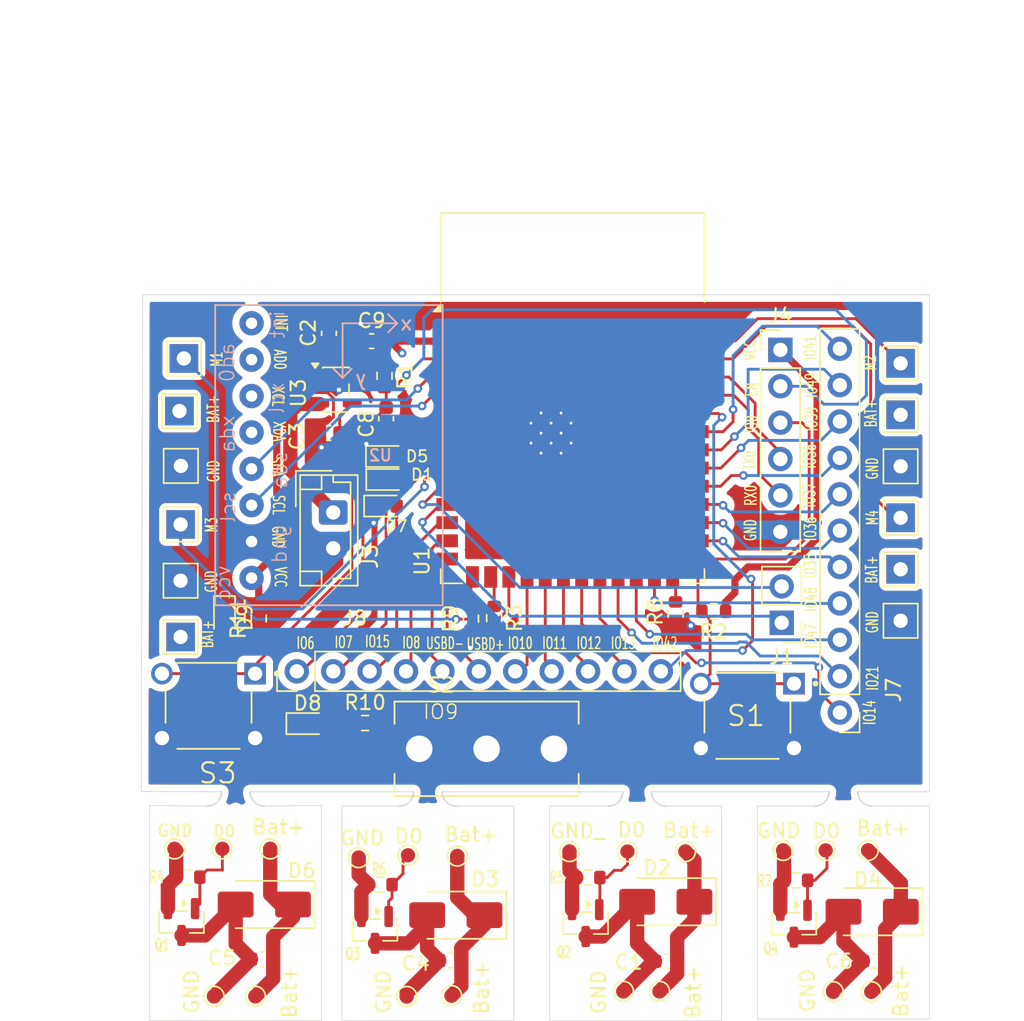
<source format=kicad_pcb>
(kicad_pcb (version 20241229) (generator "pcbnew") (generator_version "9.0")
  (layers (0 "F.Cu" signal) (4 "In1.Cu" signal) (6 "In2.Cu" signal) (2 "B.Cu" signal) (13 "F.Paste" user) (15 "B.Paste" user) (5 "F.SilkS" user "F.Silkscreen") (7 "B.SilkS" user "B.Silkscreen") (1 "F.Mask" user) (3 "B.Mask" user) (25 "Edge.Cuts" user))
  (net 0 "")
  (net 1 "+3V3")
  (net 2 "GND")
  (net 3 "/TX0")
  (net 4 "/RX0")
  (net 5 "/BAT+")
  (net 6 "Net-(U1-IO45)")
  (net 7 "/IO0")
  (net 8 "Net-(U1-IO3)")
  (net 9 "/SCL")
  (net 10 "/SDA")
  (net 11 "Net-(U1-IO46)")
  (net 12 "/EN")
  (net 17 "Net-(U3-BP)")
  (net 18 "/TX1")
  (net 19 "/RX1")
  (net 20 "/USB_D-")
  (net 21 "/USB_D+")
  (net 22 "/LED3")
  (net 23 "/LED2")
  (net 24 "/LED1")
  (net 25 "/M1")
  (net 26 "/M2")
  (net 27 "/M3")
  (net 28 "/M4")
  (net 29 "/IO39")
  (net 30 "/IO12")
  (net 31 "/IO10")
  (net 32 "/IO13")
  (net 33 "/IO38")
  (net 34 "/IO21")
  (net 35 "/IO49")
  (net 36 "/IO37")
  (net 37 "/IO48")
  (net 38 "/IO8")
  (net 39 "/IO11")
  (net 40 "/IO14")
  (net 41 "/IO47")
  (net 42 "/IO36")
  (net 43 "/IO42")
  (net 44 "/IO35")
  (net 45 "/IO41")
  (net 46 "Net-(D6-A)")
  (net 47 "/M1_")
  (net 48 "Net-(D2-A)")
  (net 49 "Net-(D3-A)")
  (net 50 "Net-(D4-A)")
  (net 51 "/M2_")
  (net 52 "/M3_")
  (net 53 "/M4_")
  (net 54 "Net-(D2-K)")
  (net 55 "Net-(D3-K)")
  (net 56 "Net-(D6-K)")
  (net 57 "Net-(D4-K)")
  (net 58 "Net-(Q1-S)")
  (net 59 "Net-(Q4-S)")
  (net 60 "Net-(Q2-S)")
  (net 61 "Net-(Q3-S)")
  (net 62 "Net-(D8-A)")
  (net 63 "Net-(D9-A)")
  (net 65 "Net-(U3-EN)")
  (footprint "TestPoint:TestPoint_Pad_D1.0mm" (layer "F.Cu") (at 220.785 110.1675)
    (property "Reference" "TP4" (hide yes))
    (property "Value" "GND_")
  )
  (footprint "Resistor_SMD:R_0603_1608Metric" (layer "F.Cu") (at 213.91 93.91 90)
    (property "Reference" "R9")
    (property "Value" "10k")
  )
  (footprint "TestPoint:TestPoint_Pad_D1.0mm" (layer "F.Cu") (at 241.845 119.96125 90)
    (property "Reference" "TP32" (hide yes))
    (property "Value" "Bat+")
  )
  (footprint "TestPoint:TestPoint_THTPad_2.0x2.0mm_Drill1.0mm" (layer "F.Cu") (at 193.88 75.75)
    (property "Reference" "TP18" (hide yes))
    (property "Value" "M1")
  )
  (footprint "TestPoint:TestPoint_THTPad_2.0x2.0mm_Drill1.0mm" (layer "F.Cu") (at 243.89 83.278)
    (property "Reference" "TP27" (hide yes))
    (property "Value" "GND")
  )
  (footprint "Capacitor_SMD:C_0603_1608Metric" (layer "F.Cu") (at 206.98 74.54)
    (property "Reference" "C9")
    (property "Value" "100nf")
  )
  (footprint "TestPoint:TestPoint_Pad_D1.0mm" (layer "F.Cu") (at 206.07625 110.59125)
    (property "Reference" "TP12" (hide yes))
    (property "Value" "GND")
  )
  (footprint "TestPoint:TestPoint_Pad_D1.0mm" (layer "F.Cu") (at 228.875 110.1675)
    (property "Reference" "TP7" (hide yes))
    (property "Value" "Bat+")
  )
  (footprint "Package_TO_SOT_SMD:SOT-23-5" (layer "F.Cu") (at 204.49 77.93)
    (property "Reference" "U3")
    (property "Value" "SPX3819M5-L-3-3")
  )
  (footprint "Panelization:MouseBite-Part_2.0x2.0mm_inset_D0.5mm_P0.85mm_5h" (layer "F.Cu") (at 210.9 107)
    (property "Reference" "REF**" (hide yes))
    (property "Value" "MouseBite-Part_2.0x2.0mm_inset_D0.5mm_P0.85mm_5h" (hide yes))
    (fp_arc (start -1 -1) (mid -1.292893 -0.292893) (end -2 0) (stroke (width 0.1)) (layer "Edge.Cuts"))
    (fp_arc (start 2 0) (mid 1.292893 -0.292893) (end 1 -1) (stroke (width 0.1)) (layer "Edge.Cuts"))
  )
  (footprint "TestPoint:TestPoint_THTPad_2.0x2.0mm_Drill1.0mm" (layer "F.Cu") (at 243.89 86.872)
    (property "Reference" "TP21" (hide yes))
    (property "Value" "M4")
  )
  (footprint "Capacitor_SMD:C_0603_1608Metric" (layer "F.Cu") (at 242.035 117.81125 180)
    (property "Reference" "C6")
    (property "Value" "1uf")
  )
  (footprint "Resistor_SMD:R_0603_1608Metric" (layer "F.Cu") (at 207.88 76.96 -90)
    (property "Reference" "R1")
    (property "Value" "10k")
  )
  (footprint "TestPoint:TestPoint_Pad_D1.0mm" (layer "F.Cu") (at 227.065 119.935)
    (property "Reference" "TP3" (hide yes))
    (property "Value" "Bat+")
  )
  (footprint "TestPoint:TestPoint_Pad_D1.0mm" (layer "F.Cu") (at 241.625 110.09125)
    (property "Reference" "TP16" (hide yes))
    (property "Value" "Bat+")
  )
  (footprint "TestPoint:TestPoint_Pad_D1.0mm" (layer "F.Cu") (at 212.55625 120.23125)
    (property "Reference" "TP10" (hide yes))
    (property "Value" "Bat+")
  )
  (footprint "LED_SMD:LED_0603_1608Metric" (layer "F.Cu") (at 207.94 86.05)
    (property "Reference" "D7")
    (property "Value" "LED")
  )
  (footprint "Panelization:MouseBite-Part_2.0x2.0mm_inset_D0.5mm_P0.85mm_5h" (layer "F.Cu") (at 239.9 107)
    (property "Reference" "REF**" (hide yes))
    (property "Value" "MouseBite-Part_2.0x2.0mm_inset_D0.5mm_P0.85mm_5h" (hide yes))
    (fp_arc (start -1 -1) (mid -1.292893 -0.292893) (end -2 0) (stroke (width 0.1)) (layer "Edge.Cuts"))
    (fp_arc (start 2 0) (mid 1.292893 -0.292893) (end 1 -1) (stroke (width 0.1)) (layer "Edge.Cuts"))
  )
  (footprint "Resistor_SMD:R_0603_1608Metric" (layer "F.Cu") (at 215.53 93.88 -90)
    (property "Reference" "R3")
    (property "Value" "10k")
  )
  (footprint "Capacitor_SMD:C_0603_1608Metric" (layer "F.Cu") (at 204 74 -90)
    (property "Reference" "C2")
    (property "Value" "22uf")
  )
  (footprint "TestPoint:TestPoint_Pad_D1.0mm" (layer "F.Cu") (at 193.225 109.98125 90)
    (property "Reference" "TP11" (hide yes))
    (property "Value" "GND")
  )
  (footprint "TestPoint:TestPoint_THTPad_2.0x2.0mm_Drill1.0mm" (layer "F.Cu") (at 243.89 90.466)
    (property "Reference" "TP25" (hide yes))
    (property "Value" "BAT+")
  )
  (footprint "TestPoint:TestPoint_Pad_D1.0mm" (layer "F.Cu") (at 198.865 120.28125)
    (property "Reference" "TP1" (hide yes))
    (property "Value" "Bat+")
  )
  (footprint "Capacitor_SMD:C_0603_1608Metric" (layer "F.Cu") (at 212.46625 117.78125 180)
    (property "Reference" "C4")
    (property "Value" "1uf")
  )
  (footprint "Mini_Drone_prj:SW_TL1105F160Q" (layer "F.Cu") (at 233.2 100.7 180)
    (property "Reference" "S1")
    (property "Value" "TL1105F160Q")
  )
  (footprint "TestPoint:TestPoint_THTPad_2.0x2.0mm_Drill1.0mm" (layer "F.Cu") (at 243.89 94.06)
    (property "Reference" "TP29" (hide yes))
    (property "Value" "GND")
  )
  (footprint "TestPoint:TestPoint_THTPad_2.0x2.0mm_Drill1.0mm" (layer "F.Cu") (at 193.57 79.42)
    (property "Reference" "TP22" (hide yes))
    (property "Value" "BAT+")
  )
  (footprint "Connector_JST:JST_EH_B2B-EH-A_1x02_P2.50mm_Vertical" (layer "F.Cu") (at 204.3 86.5 -90)
    (property "Reference" "J3")
    (property "Value" "Conn_01x02" (hide yes))
  )
  (footprint "RF_Module:ESP32-S3-WROOM-1" (layer "F.Cu") (at 221 78.5)
    (property "Reference" "U1")
    (property "Value" "ESP32-S3-WROOM-1")
  )
  (footprint "Capacitor_SMD:C_0603_1608Metric" (layer "F.Cu") (at 227.525 117.825 180)
    (property "Reference" "C1")
    (property "Value" "1uf")
  )
  (footprint "Resistor_SMD:R_0603_1608Metric" (layer "F.Cu") (at 222.08 111.98625 180)
    (property "Reference" "R5")
    (property "Value" "10k")
  )
  (footprint "Panelization:MouseBite-Part_2.0x2.0mm_inset_D0.5mm_P0.85mm_5h" (layer "F.Cu") (at 225.5 107)
    (property "Reference" "REF**" (hide yes))
    (property "Value" "MouseBite-Part_2.0x2.0mm_inset_D0.5mm_P0.85mm_5h" (hide yes))
    (fp_arc (start -1 -1) (mid -1.292893 -0.292893) (end -2 0) (stroke (width 0.1)) (layer "Edge.Cuts"))
    (fp_arc (start 2 0) (mid 1.292893 -0.292893) (end 1 -1) (stroke (width 0.1)) (layer "Edge.Cuts"))
  )
  (footprint "Resistor_SMD:R_0603_1608Metric" (layer "F.Cu") (at 236.58 112.18125 180)
    (property "Reference" "R7")
    (property "Value" "10k" (hide yes))
  )
  (footprint "Mini_Drone_prj:SW_500SSP1S1M2REA" (layer "F.Cu") (at 215 103)
    (property "Reference" "S2")
    (property "Value" "500SSP1S1M2REA")
  )
  (footprint "Resistor_SMD:R_0603_1608Metric" (layer "F.Cu") (at 194.1675 111.9575 180)
    (property "Reference" "R4")
    (property "Value" "10k" (hide yes))
  )
  (footprint "Package_TO_SOT_SMD:SOT-23" (layer "F.Cu") (at 207.21625 115.64125 -90)
    (property "Reference" "Q3")
    (property "Value" "AO3400A")
  )
  (footprint "Resistor_SMD:R_0603_1608Metric" (layer "F.Cu") (at 207.58 112.48125 180)
    (property "Reference" "R6")
    (property "Value" "10k")
  )
  (footprint "TestPoint:TestPoint_THTPad_2.0x2.0mm_Drill1.0mm" (layer "F.Cu") (at 243.89 79.684)
    (property "Reference" "TP23" (hide yes))
    (property "Value" "BAT+")
  )
  (footprint "Capacitor_SMD:C_0603_1608Metric" (layer "F.Cu") (at 207.99 79.96 90)
    (property "Reference" "C8")
    (property "Value" "1uf")
  )
  (footprint "TestPoint:TestPoint_Pad_D1.0mm" (layer "F.Cu") (at 239.185 119.96125 90)
    (property "Reference" "TP31" (hide yes))
    (property "Value" "GND")
  )
  (footprint "Resistor_SMD:R_0603_1608Metric" (layer "F.Cu") (at 199.1 93.9 90)
    (property "Reference" "R11")
    (property "Value" "220")
  )
  (footprint "TestPoint:TestPoint_THTPad_2.0x2.0mm_Drill1.0mm" (layer "F.Cu") (at 193.65 91.264)
    (property "Reference" "TP28" (hide yes))
    (property "Value" "GND")
  )
  (footprint "Resistor_SMD:R_0603_1608Metric" (layer "F.Cu") (at 228.19 93.57 -90)
    (property "Reference" "R8")
    (property "Value" "10k")
  )
  (footprint "Package_TO_SOT_SMD:SOT-23" (layer "F.Cu") (at 193.715 115.09125 -90)
    (property "Reference" "Q1")
    (property "Value" "AO3400A" (hide yes))
  )
  (footprint "TestPoint:TestPoint_Pad_D1.0mm" (layer "F.Cu") (at 209.51625 110.43125)
    (property "Reference" "TP8" (hide yes))
    (property "Value" "D0")
  )
  (footprint "LED_SMD:LED_0603_1608Metric" (layer "F.Cu") (at 208.09 84.2)
    (property "Reference" "D1")
    (property "Value" "LED")
  )
  (footprint "TestPoint:TestPoint_Pad_D1.0mm" (layer "F.Cu") (at 212.95625 110.48125)
    (property "Reference" "TP14" (hide yes))
    (property "Value" "Bat+")
  )
  (footprint "TestPoint:TestPoint_Pad_D1.0mm" (layer "F.Cu") (at 224.83 110.1675)
    (property "Reference" "TP2" (hide yes))
    (property "Value" "D0")
  )
  (footprint "TestPoint:TestPoint_Pad_D1.0mm" (layer "F.Cu") (at 224.545 119.935)
    (property "Reference" "TP6" (hide yes))
    (property "Value" "GND")
  )
  (footprint "TestPoint:TestPoint_Pad_D1.0mm" (layer "F.Cu") (at 209.42625 120.29125)
    (property "Reference" "TP13" (hide yes))
    (property "Value" "GND")
  )
  (footprint "TestPoint:TestPoint_THTPad_2.0x2.0mm_Drill1.0mm" (layer "F.Cu") (at 193.65 95.19 180)
    (property "Reference" "TP24" (hide yes))
    (property "Value" "BAT+")
  )
  (footprint "Diode_SMD:D_SMA" (layer "F.Cu") (at 241.905 114.37125 180)
    (property "Reference" "D4")
    (property "Value" "SS34" (hide yes))
  )
  (footprint "Package_TO_SOT_SMD:SOT-23" (layer "F.Cu") (at 221.915 115.165 -90)
    (property "Reference" "Q2")
    (property "Value" "AO3400A")
  )
  (footprint "Connector_PinHeader_2.54mm:PinHeader_1x11_P2.54mm_Vertical" (layer "F.Cu") (at 201.76 97.59 90)
    (property "Reference" "J8")
    (property "Value" "Conn_01x11" (hide yes))
  )
  (footprint "TestPoint:TestPoint_Pad_D1.0mm" (layer "F.Cu") (at 195.985 120.28125)
    (property "Reference" "TP5" (hide yes))
    (property "Value" "GND")
  )
  (footprint "TestPoint:TestPoint_THTPad_2.0x2.0mm_Drill1.0mm" (layer "F.Cu") (at 193.67 83.25)
    (property "Reference" "TP26" (hide yes))
    (property "Value" "GND")
  )
  (footprint "Connector_PinHeader_2.54mm:PinHeader_1x11_P2.54mm_Vertical" (layer "F.Cu") (at 239.65 100.47 180)
    (property "Reference" "J7")
    (property "Value" "Conn_01x11" (hide yes))
  )
  (footprint "Mini_Drone_prj:SW_TL1105F160Q" (layer "F.Cu") (at 195.6 100 180)
    (property "Reference" "S3")
    (property "Value" "TL1105F160Q")
  )
  (footprint "TestPoint:TestPoint_Pad_D1.0mm" (layer "F.Cu") (at 235.695 110.09125)
    (property "Reference" "TP17" (hide yes))
    (property "Value" "GND")
  )
  (footprint "Connector_PinHeader_2.54mm:PinHeader_1x02_P2.54mm_Vertical" (layer "F.Cu") (at 235.59 94.2 180)
    (property "Reference" "J1")
    (property "Value" "Conn_01x02" (hide yes))
  )
  (footprint "Diode_SMD:D_SMA" (layer "F.Cu") (at 199.4925 113.8675 180)
    (property "Reference" "D6")
    (property "Value" "SS34" (hide yes))
  )
  (footprint "TestPoint:TestPoint_Pad_D1.0mm" (layer "F.Cu") (at 238.66 110.09125)
    (property "Reference" "TP15" (hide yes))
    (property "Value" "D0")
  )
  (footprint "LED_SMD:LED_0603_1608Metric" (layer "F.Cu") (at 196.715 93.82 -90)
    (property "Reference" "D9")
    (property "Value" "LED")
  )
  (footprint "TestPoint:TestPoint_Pad_D1.0mm" (layer "F.Cu") (at 196.565 109.98125 90)
    (property "Reference" "TP9" (hide yes))
    (property "Value" "D0")
  )
  (footprint "TestPoint:TestPoint_THTPad_2.0x2.0mm_Drill1.0mm" (layer "F.Cu") (at 243.89 76.09)
    (property "Reference" "TP20" (hide yes))
    (property "Value" "M3")
  )
  (footprint "Capacitor_SMD:C_0603_1608Metric" (layer "F.Cu") (at 199.335 117.68125 180)
    (property "Reference" "C5")
    (property "Value" "1uf" (hide yes))
  )
  (footprint "Diode_SMD:D_SMA" (layer "F.Cu") (at 227.5025 113.67625 180)
    (property "Reference" "D2")
    (property "Value" "SS34")
  )
  (footprint "LED_SMD:LED_0603_1608Metric" (layer "F.Cu") (at 202.515 101.24)
    (property "Reference" "D8")
    (property "Value" "LED")
  )
  (footprint "Panelization:MouseBite-Part_2.0x2.0mm_inset_D0.5mm_P0.85mm_5h" (layer "F.Cu") (at 197.5 107)
    (property "Reference" "REF**" (hide yes))
    (property "Value" "MouseBite-Part_2.0x2.0mm_inset_D0.5mm_P0.85mm_5h" (hide yes))
    (fp_arc (start -1 -1) (mid -1.292893 -0.292893) (end -2 0) (stroke (width 0.1)) (layer "Edge.Cuts"))
    (fp_arc (start 2 0) (mid 1.292893 -0.292893) (end 1 -1) (stroke (width 0.1)) (layer "Edge.Cuts"))
  )
  (footprint "Resistor_SMD:R_0603_1608Metric" (layer "F.Cu") (at 230.85 93.4 180)
    (property "Reference" "R2")
    (property "Value" "10k")
  )
  (footprint "Diode_SMD:D_SMA" (layer "F.Cu") (at 212.85375 114.6125 180)
    (property "Reference" "D3")
    (property "Value" "SS34")
  )
  (footprint "TestPoint:TestPoint_Pad_D1.0mm" (layer "F.Cu") (at 199.905 109.98125 90)
    (property "Reference" "TP30" (hide yes))
    (property "Value" "Bat+")
  )
  (footprint "TestPoint:TestPoint_THTPad_2.0x2.0mm_Drill1.0mm" (layer "F.Cu") (at 193.65 87.338)
    (property "Reference" "TP19" (hide yes))
    (property "Value" "M2")
  )
  (footprint "LED_SMD:LED_0603_1608Metric" (layer "F.Cu") (at 208.07 82.59)
    (property "Reference" "D5")
    (property "Value" "LED")
  )
  (footprint "Connector_PinHeader_2.54mm:PinHeader_1x06_P2.54mm_Vertical" (layer "F.Cu") (at 235.5 75.15)
    (property "Reference" "J4")
    (property "Value" "Conn_01x06" (hide yes))
  )
  (footprint "Package_TO_SOT_SMD:SOT-23" (layer "F.Cu") (at 236.445 115.21125 -90)
    (property "Reference" "Q4")
    (property "Value" "AO3400A" (hide yes))
  )
  (footprint "Resistor_SMD:R_0603_1608Metric" (layer "F.Cu") (at 206.525 101.2)
    (property "Reference" "R10")
    (property "Value" "220")
  )
  (footprint "Capacitor_SMD:C_0603_1608Metric" (layer "F.Cu") (at 203.98 80.95 180)
    (property "Reference" "C3")
    (property "Value" "470pf")
  )
  (footprint "Mini_Drone_prj:MPU_6050_Module" (layer "B.Cu") (at 207.4925 82.1825)
    (property "Reference" "U2")
    (property "Value" "MPU_6050_Module")
  )
  (gr_line (start 191 71.3) (end 190.905 105.98125) (stroke (width 0.05)) (layer "Edge.Cuts"))
  (gr_line (start 204.905 121.98125) (end 204.905 106.98125) (stroke (width 0.05)) (layer "Edge.Cuts"))
  (gr_line (start 211.9 106) (end 224.5 106) (stroke (width 0.05)) (layer "Edge.Cuts"))
  (gr_line (start 195.5 107) (end 191.4925 106.9575) (stroke (width 0.05)) (layer "Edge.Cuts"))
  (gr_line (start 241.9 107) (end 245.905 106.98125) (stroke (width 0.05)) (layer "Edge.Cuts"))
  (gr_line (start 231.405 121.98625) (end 231.405 106.98625) (stroke (width 0.05)) (layer "Edge.Cuts"))
  (gr_line (start 227.5 107) (end 231.405 106.98625) (stroke (width 0.05)) (layer "Edge.Cuts"))
  (gr_line (start 245.905 121.87125) (end 233.905 121.87125) (stroke (width 0.05)) (layer "Edge.Cuts"))
  (gr_line (start 212.9 107) (end 216.905 106.98125) (stroke (width 0.05)) (layer "Edge.Cuts"))
  (gr_line (start 198.5 106) (end 209.9 106) (stroke (width 0.05)) (layer "Edge.Cuts"))
  (gr_line (start 233.9 107) (end 237.9 107) (stroke (width 0.05)) (layer "Edge.Cuts"))
  (gr_line (start 245.905 106.98125) (end 245.905 121.87125) (stroke (width 0.05)) (layer "Edge.Cuts"))
  (gr_line (start 199.4925 107) (end 203.4925 106.9575) (stroke (width 0.05)) (layer "Edge.Cuts"))
  (gr_line (start 191.4925 121.9575) (end 191.4925 106.9575) (stroke (width 0.05)) (layer "Edge.Cuts"))
  (gr_line (start 240.9 106) (end 245.904403 106) (stroke (width 0.05)) (layer "Edge.Cuts"))
  (gr_line (start 219.405 106.98625) (end 219.405 121.98625) (stroke (width 0.05)) (layer "Edge.Cuts"))
  (gr_line (start 216.905 106.98125) (end 216.905 121.98125) (stroke (width 0.05)) (layer "Edge.Cuts"))
  (gr_line (start 190.905 105.98125) (end 196.5 106) (stroke (width 0.05)) (layer "Edge.Cuts"))
  (gr_line (start 216.905 121.98125) (end 204.905 121.98125) (stroke (width 0.05)) (layer "Edge.Cuts"))
  (gr_line (start 245.904403 106) (end 245.905 71.3) (stroke (width 0.05)) (layer "Edge.Cuts"))
  (gr_line (start 238.9 106) (end 226.5 106) (stroke (width 0.05)) (layer "Edge.Cuts"))
  (gr_line (start 233.9 107) (end 233.905 121.87125) (stroke (width 0.05)) (layer "Edge.Cuts"))
  (gr_line (start 219.405 121.98625) (end 231.405 121.98625) (stroke (width 0.05)) (layer "Edge.Cuts"))
  (gr_line (start 204.905 106.98125) (end 208.9 107) (stroke (width 0.05)) (layer "Edge.Cuts"))
  (gr_line (start 191 71.3) (end 245.905 71.3) (stroke (width 0.05)) (layer "Edge.Cuts"))
  (gr_line (start 219.405 106.98625) (end 223.5 107) (stroke (width 0.05)) (layer "Edge.Cuts"))
  (gr_line (start 203.4925 121.9575) (end 191.4925 121.9575) (stroke (width 0.05)) (layer "Edge.Cuts"))
  (gr_line (start 203.4925 106.9575) (end 203.4925 121.9575) (stroke (width 0.05)) (layer "Edge.Cuts"))
  (gr_text "USBD-\n" (at 210.72 96.1 0) (layer "F.SilkS") (effects (font (size 0.8 0.5) (thickness 0.1)) (justify left bottom)))
  (gr_text "IO13\n\n" (at 223.61 97.38 0) (layer "F.SilkS") (effects (font (size 0.8 0.5) (thickness 0.1)) (justify left bottom)))
  (gr_text "AD0" (at 200.11 75.05 270) (layer "F.SilkS") (effects (font (size 0.8 0.5) (thickness 0.1)) (justify left bottom)))
  (gr_text "IO8\n" (at 209.06 96.06 0) (layer "F.SilkS") (effects (font (size 0.8 0.5) (thickness 0.1)) (justify left bottom)))
  (gr_text "IO39" (at 238.15 80.9 90) (layer "F.SilkS") (effects (font (size 0.8 0.5) (thickness 0.1)) (justify left bottom)))
  (gr_text "M3\n\n" (at 197.57 87.96 90) (layer "F.SilkS") (effects (font (size 0.8 0.5) (thickness 0.1)) (justify left bottom)))
  (gr_text "GND" (at 233.88 88.56 90) (layer "F.SilkS") (effects (font (size 0.8 0.5) (thickness 0.1)) (justify left bottom)))
  (gr_text "VCC\n" (at 233.87 75.94 90) (layer "F.SilkS") (effects (font (size 0.8 0.5) (thickness 0.1)) (justify left bottom)))
  (gr_text "XCL" (at 199.98 77.65 270) (layer "F.SilkS") (effects (font (size 0.8 0.5) (thickness 0.1)) (justify left bottom)))
  (gr_text "IO35" (at 238.07 91.15 90) (layer "F.SilkS") (effects (font (size 0.8 0.5) (thickness 0.1)) (justify left bottom)))
  (gr_text "SDA" (at 199.89 82.53 270) (layer "F.SilkS") (effects (font (size 0.8 0.5) (thickness 0.1)) (justify left bottom)))
  (gr_text "BAT+\n" (at 242.34 91.52 90) (layer "F.SilkS") (effects (font (size 0.8 0.5) (thickness 0.1)) (justify left bottom)))
  (gr_text "RX0" (at 233.91 86.1 90) (layer "F.SilkS") (effects (font (size 0.8 0.5) (thickness 0.1)) (justify left bottom)))
  (gr_text "M1\n" (at 196.64 76.39 90) (layer "F.SilkS") (effects (font (size 0.8 0.5) (thickness 0.1)) (justify left bottom)))
  (gr_text "GND" (at 242.38 94.99 90) (layer "F.SilkS") (effects (font (size 0.8 0.5) (thickness 0.1)) (justify left bottom)))
  (gr_text "IO41\n" (at 238.05 75.93 90) (layer "F.SilkS") (effects (font (size 0.8 0.5) (thickness 0.1)) (justify left bottom)))
  (gr_text "BAT+\n" (at 195.99 96.03 90) (layer "F.SilkS") (effects (font (size 0.8 0.5) (thickness 0.1)) (justify left bottom)))
  (gr_text "M4" (at 242.39 87.46 90) (layer "F.SilkS") (effects (font (size 0.8 0.5) (thickness 0.1)) (justify left bottom)))
  (gr_text "GND" (at 242.38 84.26 90) (layer "F.SilkS") (effects (font (size 0.8 0.5) (thickness 0.1)) (justify left bottom)))
  (gr_text "BAT+\n" (at 242.29 80.62 90) (layer "F.SilkS") (effects (font (size 0.8 0.5) (thickness 0.1)) (justify left bottom)))
  (gr_text "XDA" (at 200.06 80.07 270) (layer "F.SilkS") (effects (font (size 0.8 0.5) (thickness 0.1)) (justify left bottom)))
  (gr_text "IO38" (at 238.05 83.5 90) (layer "F.SilkS") (effects (font (size 0.8 0.5) (thickness 0.1)) (justify left bottom)))
  (gr_text "IO42\n\n\n" (at 226.52 98.67 0) (layer "F.SilkS") (effects (font (size 0.8 0.5) (thickness 0.1)) (justify left bottom)))
  (gr_text "INT" (at 200.2 72.63 270) (layer "F.SilkS") (effects (font (size 0.8 0.5) (thickness 0.1)) (justify left bottom)))
  (gr_text "IO9\n" (at 210.5 101 0) (layer "F.SilkS") (effects (font (size 1 1) (thickness 0.1)) (justify left bottom)))
  (gr_text "IO49" (at 238.13 78.56 90) (layer "F.SilkS") (effects (font (size 0.8 0.5) (thickness 0.1)) (justify left bottom)))
  (gr_text "M2" (at 242.24 76.65 90) (layer "F.SilkS") (effects (font (size 0.8 0.5) (thickness 0.1)) (justify left bottom)))
  (gr_text "IO15\n" (at 206.46 95.98 0) (layer "F.SilkS") (effects (font (size 0.8 0.5) (thickness 0.1)) (justify left bottom)))
  (gr_text "VCC\n" (at 200.15 90.23 270) (layer "F.SilkS") (effects (font (size 0.8 0.5) (thickness 0.1)) (justify left bottom)))
  (gr_text "IO7\n" (at 204.34 96.03 0) (layer "F.SilkS") (effects (font (size 0.8 0.5) (thickness 0.1)) (justify left bottom)))
  (gr_text "IO12\n\n" (at 221.215662 97.38 0) (layer "F.SilkS") (effects (font (size 0.8 0.5) (thickness 0.1)) (justify left bottom)))
  (gr_text "GND" (at 199.98 87.37 270) (layer "F.SilkS") (effects (font (size 0.8 0.5) (thickness 0.1)) (justify left bottom)))
  (gr_text "SCL" (at 200.02 85.22 270) (layer "F.SilkS") (effects (font (size 0.8 0.5) (thickness 0.1)) (justify left bottom)))
  (gr_text "BAT+\n" (at 196.4 80.31 90) (layer "F.SilkS") (effects (font (size 0.8 0.5) (thickness 0.1)) (justify left bottom)))
  (gr_text "IO48" (at 238.11 93.49 90) (layer "F.SilkS") (effects (font (size 0.8 0.5) (thickness 0.1)) (justify left bottom)))
  (gr_text "IO21\n" (at 242.4 99 90) (layer "F.SilkS") (effects (font (size 0.8 0.5) (thickness 0.1)) (justify left bottom)))
  (gr_text "IO14" (at 242.2 101.4 90) (layer "F.SilkS") (effects (font (size 0.8 0.5) (thickness 0.1)) (justify left bottom)))
  (gr_text "IO6\n" (at 201.68 96.092045 0) (layer "F.SilkS") (effects (font (size 0.8 0.5) (thickness 0.1)) (justify left bottom)))
  (gr_text "USBD+" (at 213.55 96.15 0) (layer "F.SilkS") (effects (font (size 0.8 0.5) (thickness 0.1)) (justify left bottom)))
  (gr_text "GND" (at 196.26 92.15 90) (layer "F.SilkS") (effects (font (size 0.8 0.5) (thickness 0.1)) (justify left bottom)))
  (gr_text "IO0" (at 233.96 81.02 90) (layer "F.SilkS") (effects (font (size 0.8 0.5) (thickness 0.1)) (justify left bottom)))
  (gr_text "IO47" (at 238.09 96.05 90) (layer "F.SilkS") (effects (font (size 0.8 0.5) (thickness 0.1)) (justify left bottom)))
  (gr_text "GND" (at 196.42 84.45 90) (layer "F.SilkS") (effects (font (size 0.8 0.5) (thickness 0.1)) (justify left bottom)))
  (gr_text "IO37" (at 238.01 86.22 90) (layer "F.SilkS") (effects (font (size 0.8 0.5) (thickness 0.1)) (justify left bottom)))
  (gr_text "IO36" (at 238.07 88.57 90) (layer "F.SilkS") (effects (font (size 0.8 0.5) (thickness 0.1)) (justify left bottom)))
  (gr_text "TX0" (at 233.83 83.58 90) (layer "F.SilkS") (effects (font (size 0.8 0.5) (thickness 0.1)) (justify left bottom)))
  (gr_text "IO11\n\n" (at 218.821324 97.38 0) (layer "F.SilkS") (effects (font (size 0.8 0.5) (thickness 0.1)) (justify left bottom)))
  (gr_text "EN" (at 233.97 78.47 90) (layer "F.SilkS") (effects (font (size 0.8 0.5) (thickness 0.1)) (justify left bottom)))
  (gr_text "IO10\n\n" (at 216.426985 97.38 0) (layer "F.SilkS") (effects (font (size 0.8 0.5) (thickness 0.1)) (justify left bottom)))
  (gr_text "xcl\n" (at 200.94 77.36 90) (layer "B.SilkS") (effects (font (size 1 1) (thickness 0.1)) (justify left bottom mirror)))
  (gr_text "ad0\n" (at 197.48 74.59 90) (layer "B.SilkS") (effects (font (size 1 1) (thickness 0.1)) (justify left bottom mirror)))
  (gr_text "int\n" (at 200.99 72.33 90) (layer "B.SilkS") (effects (font (size 1 1) (thickness 0.1)) (justify left bottom mirror)))
  (gr_text "sda\n\n" (at 202.78 82.18 90) (layer "B.SilkS") (effects (font (size 1 1) (thickness 0.1)) (justify left bottom mirror)))
  (gr_text "scl\n" (at 197.55 84.97 90) (layer "B.SilkS") (effects (font (size 1 1) (thickness 0.1)) (justify left bottom mirror)))
  (gr_text "xda" (at 197.5 79.66 90) (layer "B.SilkS") (effects (font (size 1 1) (thickness 0.1)) (justify left bottom mirror)))
  (gr_text "vcc" (at 197.2 90.12 90) (layer "B.SilkS") (effects (font (size 1 1) (thickness 0.1)) (justify left bottom mirror)))
  (gr_text "gnd" (at 201.13 87.28 90) (layer "B.SilkS") (effects (font (size 1 1) (thickness 0.1)) (justify left bottom mirror)))
  (segment (start 231.675 93.4) (end 231.675 92.745) (width 0.5) (layer "F.Cu") (net 1))
  (segment (start 208.27 74.54) (end 209.11 75.38) (width 0.5) (layer "F.Cu") (net 1))
  (segment (start 205.6275 76.4025) (end 204 74.775) (width 0.5) (layer "F.Cu") (net 1))
  (segment (start 207.755 74.54) (end 208.27 74.54) (width 0.5) (layer "F.Cu") (net 1))
  (segment (start 205.6275 76.98) (end 207.035 76.98) (width 0.5) (layer "F.Cu") (net 1))
  (segment (start 233.231925 90.301) (end 236.068232 90.301) (width 0.5) (layer "F.Cu") (net 1))
  (segment (start 212.22 74.54) (end 212.25 74.51) (width 0.5) (layer "F.Cu") (net 1))
  (segment (start 232.33 91.202925) (end 233.231925 90.301) (width 0.5) (layer "F.Cu") (net 1))
  (segment (start 232.33 92.09) (end 232.33 91.202925) (width 0.5) (layer "F.Cu") (net 1))
  (segment (start 207.88 76.135) (end 207.88 74.665) (width 0.5) (layer "F.Cu") (net 1))
  (segment (start 205.6275 76.98) (end 205.6275 76.4025) (width 0.5) (layer "F.Cu") (net 1))
  (segment (start 203.160082 74.775) (end 204 74.775) (width 0.5) (layer "F.Cu") (net 1))
  (segment (start 199.1 91.57) (end 198.6025 91.0725) (width 0.5) (layer "F.Cu") (net 1))
  (segment (start 198.6025 91.0725) (end 200.359 89.316) (width 0.5) (layer "F.Cu") (net 1))
  (segment (start 200.359 89.316) (end 200.359 77.576082) (width 0.5) (layer "F.Cu") (net 1))
  (segment (start 238.061 77.711) (end 235.5 75.15) (width 0.5) (layer "F.Cu") (net 1))
  (segment (start 236.068232 90.301) (end 238.061 88.308232) (width 0.5) (layer "F.Cu") (net 1))
  (segment (start 207.755 74.54) (end 212.22 74.54) (width 0.5) (layer "F.Cu") (net 1))
  (segment (start 207.88 74.665) (end 207.755 74.54) (width 0.5) (layer "F.Cu") (net 1))
  (segment (start 207.035 76.98) (end 207.88 76.135) (width 0.5) (layer "F.Cu") (net 1))
  (segment (start 231.675 92.745) (end 232.33 92.09) (width 0.5) (layer "F.Cu") (net 1))
  (segment (start 200.359 77.576082) (end 203.160082 74.775) (width 0.5) (layer "F.Cu") (net 1))
  (segment (start 238.061 88.308232) (end 238.061 77.711) (width 0.5) (layer "F.Cu") (net 1))
  (segment (start 199.1 93.075) (end 199.1 91.57) (width 0.5) (layer "F.Cu") (net 1))
  (via (at 209.11 75.38) (size 0.6) (drill 0.3) (layers "F.Cu" "B.Cu") (net 1))
  (segment (start 213.2 73.24) (end 219.5 79.54) (width 0.2) (layer "F.Cu") (net 2))
  (segment (start 207.1525 87.19897) (end 207.120735 87.230735) (width 0.2) (layer "F.Cu") (net 2))
  (segment (start 212.25 73.24) (end 213.2 73.24) (width 0.2) (layer "F.Cu") (net 2))
  (segment (start 206.205 74.54) (end 206.205 73.325) (width 0.2) (layer "F.Cu") (net 2))
  (segment (start 206.205 74.54) (end 207.505 73.24) (width 0.2) (layer "F.Cu") (net 2))
  (segment (start 229.25 94.4) (end 229.245 94.395) (width 0.2) (layer "F.Cu") (net 2))
  (segment (start 229.245 94.395) (end 228.19 94.395) (width 0.2) (layer "F.Cu") (net 2))
  (segment (start 203.3525 77.93) (end 203.706968 77.93) (width 0.2) (layer "F.Cu") (net 2))
  (segment (start 206.61 81.72) (end 207.005 81.72) (width 0.2) (layer "F.Cu") (net 2))
  (segment (start 204.316 78.539032) (end 204.316 79.839) (width 0.2) (layer "F.Cu") (net 2))
  (segment (start 204 73.225) (end 204.89 73.225) (width 0.2) (layer "F.Cu") (net 2))
  (segment (start 207.2825 82.59) (end 207.2825 82.3925) (width 0.2) (layer "F.Cu") (net 2))
  (segment (start 204.89 73.225) (end 206.205 74.54) (width 0.2) (layer "F.Cu") (net 2))
  (segment (start 215.105 94.705) (end 213.85 95.96) (width 0.2) (layer "F.Cu") (net 2))
  (segment (start 230.25 102.25) (end 236.75 102.25) (width 0.2) (layer "F.Cu") (net 2))
  (segment (start 203.3525 77.93) (end 204.69 77.93) (width 0.2) (layer "F.Cu") (net 2))
  (segment (start 213.91 95.9) (end 213.85 95.96) (width 0.2) (layer "F.Cu") (net 2))
  (segment (start 207.005 81.72) (end 207.99 80.735) (width 0.2) (layer "F.Cu") (net 2))
  (segment (start 207.1525 84.35) (end 207.3025 84.2) (width 0.2) (layer "F.Cu") (net 2))
  (segment (start 207.1525 86.05) (end 207.1525 84.35) (width 0.2) (layer "F.Cu") (net 2))
  (segment (start 219.5 79.54) (end 219.5 80.96) (width 0.2) (layer "F.Cu") (net 2))
  (segment (start 203.205 81.675) (end 203.486765 81.956765) (width 0.2) (layer "F.Cu") (net 2))
  (segment (start 207.2825 82.3925) (end 206.61 81.72) (width 0.2) (layer "F.Cu") (net 2))
  (segment (start 215.53 94.705) (end 215.105 94.705) (width 0.2) (layer "F.Cu") (net 2))
  (segment (start 219.5 80.96) (end 227.22 73.24) (width 0.2) (layer "F.Cu") (net 2))
  (segment (start 204.69 77.93) (end 204.7 77.94) (width 0.2) (layer "F.Cu") (net 2))
  (segment (start 207.1525 86.05) (end 207.1525 87.19897) (width 0.2) (layer "F.Cu") (net 2))
  (segment (start 207.505 73.24) (end 212.25 73.24) (width 0.2) (layer "F.Cu") (net 2))
  (segment (start 206.205 73.325) (end 206.21 73.32) (width 0.2) (layer "F.Cu") (net 2))
  (segment (start 204.316 79.839) (end 203.205 80.95) (width 0.2) (layer "F.Cu") (net 2))
  (segment (start 203.706968 77.93) (end 204.316 78.539032) (width 0.2) (layer "F.Cu") (net 2))
  (segment (start 203.205 80.95) (end 203.205 81.675) (width 0.2) (layer "F.Cu") (net 2))
  (segment (start 213.91 94.735) (end 213.91 95.9) (width 0.2) (layer "F.Cu") (net 2))
  (segment (start 227.22 73.24) (end 229.75 73.24) (width 0.2) (layer "F.Cu") (net 2))
  (via (at 206.61 81.72) (size 0.6) (drill 0.3) (layers "F.Cu" "B.Cu") (net 2))
  (via (at 213.85 95.96) (size 0.6) (drill 0.3) (layers "F.Cu" "B.Cu") (net 2))
  (via (at 204.7 77.94) (size 0.6) (drill 0.3) (layers "F.Cu" "B.Cu") (net 2))
  (via (at 203.486765 81.956765) (size 0.6) (drill 0.3) (layers "F.Cu" "B.Cu") (net 2))
  (via (at 207.120735 87.230735) (size 0.6) (drill 0.3) (layers "F.Cu" "B.Cu") (net 2))
  (via (at 229.25 94.4) (size 0.6) (drill 0.3) (layers "F.Cu" "B.Cu") (net 2))
  (via (at 206.21 73.32) (size 0.6) (drill 0.3) (layers "F.Cu" "B.Cu") (net 2))
  (segment (start 235.5 82.3029) (end 235.5 82.77) (width 0.2) (layer "F.Cu") (net 3))
  (segment (start 233.74 78.88) (end 233.74 80.5429) (width 0.2) (layer "F.Cu") (net 3))
  (segment (start 233.74 80.5429) (end 235.5 82.3029) (width 0.2) (layer "F.Cu") (net 3))
  (segment (start 231.91 77.05) (end 233.74 78.88) (width 0.2) (layer "F.Cu") (net 3))
  (segment (start 229.75 77.05) (end 231.91 77.05) (width 0.2) (layer "F.Cu") (net 3))
  (segment (start 229.75 78.32) (end 232.25 78.32) (width 0.2) (layer "F.Cu") (net 4))
  (segment (start 233.26 79.33) (end 233.26 80.63) (width 0.2) (layer "F.Cu") (net 4))
  (segment (start 233.26 80.63) (end 233.99 81.36) (width 0.2) (layer "F.Cu") (net 4))
  (segment (start 232.25 78.32) (end 233.26 79.33) (width 0.2) (layer "F.Cu") (net 4))
  (segment (start 233.99 83.8) (end 235.5 85.31) (width 0.2) (layer "F.Cu") (net 4))
  (segment (start 233.99 81.36) (end 233.99 83.8) (width 0.2) (layer "F.Cu") (net 4))
  (segment (start 210.3 103) (end 215 103) (width 1) (layer "F.Cu") (net 5))
  (segment (start 204.3 86.5) (end 201.31 83.51) (width 1) (layer "F.Cu") (net 5))
  (segment (start 202.351 76.929) (end 203.3525 76.929) (width 1) (layer "F.Cu") (net 5))
  (segment (start 201.839 78.931) (end 203.3525 78.931) (width 1) (layer "F.Cu") (net 5))
  (segment (start 207.35 101.2) (end 208.5 101.2) (width 1) (layer "F.Cu") (net 5))
  (segment (start 208.5 101.2) (end 210.3 103) (width 1) (layer "F.Cu") (net 5))
  (segment (start 201.31 79.46) (end 201.31 77.97) (width 1) (layer "F.Cu") (net 5))
  (segment (start 201.31 83.51) (end 201.31 79.46) (width 1) (layer "F.Cu") (net 5))
  (segment (start 201.31 79.46) (end 201.839 78.931) (width 1) (layer "F.Cu") (net 5))
  (segment (start 201.31 77.97) (end 202.351 76.929) (width 1) (layer "F.Cu") (net 5))
  (segment (start 228.27 91.285) (end 227.985 91) (width 0.2) (layer "F.Cu") (net 6))
  (segment (start 228.19 92.745) (end 228.19 91.205) (width 0.2) (layer "F.Cu") (net 6))
  (segment (start 228.19 91.205) (end 227.985 91) (width 0.2) (layer "F.Cu") (net 6))
  (segment (start 236.45 98.45) (end 229.95 98.45) (width 0.2) (layer "F.Cu") (net 7))
  (segment (start 229.75 89.75) (end 235.84 89.75) (width 0.2) (layer "F.Cu") (net 7))
  (segment (start 230.6 93.975) (end 230.025 93.4) (width 0.2) (layer "F.Cu") (net 7))
  (segment (start 229.95 98.45) (end 229.95 98.4145) (width 0.2) (layer "F.Cu") (net 7))
  (segment (start 229.95 98.4145) (end 230.6 97.7645) (width 0.2) (layer "F.Cu") (net 7))
  (segment (start 230.025 93.4) (end 230.025 93.295) (width 0.2) (layer "F.Cu") (net 7))
  (segment (start 230.6 97.7645) (end 230.6 93.975) (width 0.2) (layer "F.Cu") (net 7))
  (segment (start 229.75 93.02) (end 229.75 89.75) (width 0.2) (layer "F.Cu") (net 7))
  (segment (start 230.025 93.295) (end 229.75 93.02) (width 0.2) (layer "F.Cu") (net 7))
  (segment (start 237.01 80.23) (end 235.5 80.23) (width 0.2) (layer "F.Cu") (net 7))
  (segment (start 235.84 89.75) (end 237.51 88.08) (width 0.2) (layer "F.Cu") (net 7))
  (segment (start 237.51 88.08) (end 237.51 80.73) (width 0.2) (layer "F.Cu") (net 7))
  (segment (start 237.51 80.73) (end 237.01 80.23) (width 0.2) (layer "F.Cu") (net 7))
  (segment (start 213.91 93.085) (end 213.91 91.105) (width 0.2) (layer "F.Cu") (net 8))
  (segment (start 213.91 91.105) (end 214.015 91) (width 0.2) (layer "F.Cu") (net 8))
  (segment (start 212.25 78.32) (end 211.25 78.32) (width 0.2) (layer "F.Cu") (net 9))
  (segment (start 211.25 78.32) (end 210.5 79.07) (width 0.2) (layer "F.Cu") (net 9))
  (via (at 210.5 79.07) (size 0.6) (drill 0.3) (layers "F.Cu" "B.Cu") (net 9))
  (segment (start 210.5 79.07) (end 205.525 79.07) (width 0.2) (layer "B.Cu") (net 9))
  (segment (start 205.525 79.07) (end 198.6025 85.9925) (width 0.2) (layer "B.Cu") (net 9))
  (segment (start 211 77.05) (end 210.2 77.85) (width 0.2) (layer "F.Cu") (net 10))
  (segment (start 212.25 77.05) (end 211 77.05) (width 0.2) (layer "F.Cu") (net 10))
  (via (at 210.2 77.85) (size 0.6) (drill 0.3) (layers "F.Cu" "B.Cu") (net 10))
  (segment (start 203.415 78.64) (end 198.6025 83.4525) (width 0.2) (layer "B.Cu") (net 10))
  (segment (start 210.2 77.85) (end 209.41 78.64) (width 0.2) (layer "B.Cu") (net 10))
  (segment (start 209.41 78.64) (end 203.415 78.64) (width 0.2) (layer "B.Cu") (net 10))
  (segment (start 215.53 93.055) (end 215.53 91.245) (width 0.2) (layer "F.Cu") (net 11))
  (segment (start 215.53 91.245) (end 215.285 91) (width 0.2) (layer "F.Cu") (net 11))
  (segment (start 198.85 97.15) (end 205.601 90.399) (width 0.2) (layer "F.Cu") (net 12))
  (segment (start 192.35 97.75) (end 198.85 97.75) (width 0.2) (layer "F.Cu") (net 12))
  (segment (start 212.25 75.78) (end 210.545 75.78) (width 0.2) (layer "F.Cu") (net 12))
  (segment (start 208.54 77.785) (end 207.88 77.785) (width 0.2) (layer "F.Cu") (net 12))
  (segment (start 208 79.175) (end 207.99 79.185) (width 0.2) (layer "F.Cu") (net 12))
  (segment (start 207.88 77.785) (end 208 77.905) (width 0.2) (layer "F.Cu") (net 12))
  (segment (start 198.85 97.75) (end 198.85 97.15) (width 0.2) (layer "F.Cu") (net 12))
  (segment (start 208 77.905) (end 208 79.175) (width 0.2) (layer "F.Cu") (net 12))
  (segment (start 210.545 75.78) (end 208.54 77.785) (width 0.2) (layer "F.Cu") (net 12))
  (segment (start 205.601 90.399) (end 205.601 81.574) (width 0.2) (layer "F.Cu") (net 12))
  (segment (start 205.601 81.574) (end 207.99 79.185) (width 0.2) (layer "F.Cu") (net 12))
  (via (at 209.4075 76.9175) (size 0.6) (drill 0.3) (layers "F.Cu" "B.Cu") (net 12))
  (segment (start 241.5 78.32) (end 240.88 78.94) (width 0.2) (layer "B.Cu") (net 12))
  (segment (start 210.62 75.705) (end 210.62 72.91) (width 0.2) (layer "B.Cu") (net 12))
  (segment (start 210.62 72.91) (end 211.18 72.35) (width 0.2) (layer "B.Cu") (net 12))
  (segment (start 209.4075 76.9175) (end 210.62 75.705) (width 0.2) (layer "B.Cu") (net 12))
  (segment (start 240.88 78.94) (end 238.52 78.94) (width 0.2) (layer "B.Cu") (net 12))
  (segment (start 237.27 77.69) (end 235.5 77.69) (width 0.2) (layer "B.Cu") (net 12))
  (segment (start 211.18 72.35) (end 239.37 72.35) (width 0.2) (layer "B.Cu") (net 12))
  (segment (start 239.37 72.35) (end 241.5 74.48) (width 0.2) (layer "B.Cu") (net 12))
  (segment (start 241.5 74.48) (end 241.5 78.32) (width 0.2) (layer "B.Cu") (net 12))
  (segment (start 238.52 78.94) (end 237.27 77.69) (width 0.2) (layer "B.Cu") (net 12))
  (segment (start 205.08875 79.41875) (end 205.6275 78.88) (width 0.2) (layer "F.Cu") (net 17))
  (segment (start 204.755 80.95) (end 204.755 79.7525) (width 0.2) (layer "F.Cu") (net 17))
  (segment (start 204.755 79.7525) (end 205.08875 79.41875) (width 0.2) (layer "F.Cu") (net 17))
  (segment (start 211.43 85.06) (end 211.86 85.06) (width 0.2) (layer "F.Cu") (net 18))
  (segment (start 211.86 85.06) (end 212.25 84.67) (width 0.2) (layer "F.Cu") (net 18))
  (segment (start 210.54 85.95) (end 211.43 85.06) (width 0.2) (layer "F.Cu") (net 18))
  (via (at 210.54 85.95) (size 0.6) (drill 0.3) (layers "F.Cu" "B.Cu") (net 18))
  (segment (start 235.51 91.74) (end 235.59 91.66) (width 0.2) (layer "B.Cu") (net 18))
  (segment (start 217.32 91.74) (end 235.51 91.74) (width 0.2) (layer "B.Cu") (net 18))
  (segment (start 210.54 85.95) (end 211.53 85.95) (width 0.2) (layer "B.Cu") (net 18))
  (segment (start 211.53 85.95) (end 217.32 91.74) (width 0.2) (layer "B.Cu") (net 18))
  (segment (start 211.71 86) (end 211.71 85.95) (width 0.2) (layer "F.Cu") (net 19))
  (segment (start 212.07 85.94) (end 211.6171 85.94) (width 0.2) (layer "F.Cu") (net 19))
  (segment (start 211.71 85.95) (end 211.72 85.94) (width 0.2) (layer "F.Cu") (net 19))
  (segment (start 210.53 87.18) (end 211.71 86) (width 0.2) (layer "F.Cu") (net 19))
  (segment (start 211.72 85.94) (end 212.25 85.94) (width 0.2) (layer "F.Cu") (net 19))
  (via (at 210.53 87.18) (size 0.6) (drill 0.3) (layers "F.Cu" "B.Cu") (net 19))
  (segment (start 210.53 87.59) (end 216.68 93.74) (width 0.2) (layer "B.Cu") (net 19))
  (segment (start 226.360057 93.74) (end 226.371057 93.751) (width 0.2) (layer "B.Cu") (net 19))
  (segment (start 216.68 93.74) (end 226.360057 93.74) (width 0.2) (layer "B.Cu") (net 19))
  (segment (start 226.868943 93.751) (end 226.879943 93.74) (width 0.2) (layer "B.Cu") (net 19))
  (segment (start 226.371057 93.751) (end 226.868943 93.751) (width 0.2) (layer "B.Cu") (net 19))
  (segment (start 210.53 87.18) (end 210.53 87.59) (width 0.2) (layer "B.Cu") (net 19))
  (segment (start 235.13 93.74) (end 235.59 94.2) (width 0.2) (layer "B.Cu") (net 19))
  (segment (start 226.879943 93.74) (end 235.13 93.74) (width 0.2) (layer "B.Cu") (net 19))
  (segment (start 211.199 96.529) (end 212.26 97.59) (width 0.2) (layer "F.Cu") (net 20))
  (segment (start 211.718 88.48) (end 211.199 88.999) (width 0.2) (layer "F.Cu") (net 20))
  (segment (start 211.199 88.999) (end 211.199 96.529) (width 0.2) (layer "F.Cu") (net 20))
  (segment (start 212.25 88.48) (end 211.718 88.48) (width 0.2) (layer "F.Cu") (net 20))
  (segment (start 212.25 95.209943) (end 214.630057 97.59) (width 0.2) (layer "F.Cu") (net 21))
  (segment (start 212.25 89.75) (end 212.25 95.209943) (width 0.2) (layer "F.Cu") (net 21))
  (segment (start 214.630057 97.59) (end 214.8 97.59) (width 0.2) (layer "F.Cu") (net 21))
  (segment (start 210.69 82.74) (end 210.69 83.62) (width 0.2) (layer "F.Cu") (net 22))
  (segment (start 208.7275 85.5825) (end 208.7275 86.05) (width 0.2) (layer "F.Cu") (net 22))
  (segment (start 207.18 97.59) (end 208.7275 96.0425) (width 0.2) (layer "F.Cu") (net 22))
  (segment (start 210.69 83.62) (end 208.7275 85.5825) (width 0.2) (layer "F.Cu") (net 22))
  (segment (start 208.7275 96.0425) (end 208.7275 86.05) (width 0.2) (layer "F.Cu") (net 22))
  (segment (start 212.25 82.13) (end 211.3 82.13) (width 0.2) (layer "F.Cu") (net 22))
  (segment (start 211.3 82.13) (end 210.69 82.74) (width 0.2) (layer "F.Cu") (net 22))
  (segment (start 207.989 94.241) (end 207.989 85.0885) (width 0.2) (layer "F.Cu") (net 23))
  (segment (start 211.3 80.86) (end 212.25 80.86) (width 0.2) (layer "F.Cu") (net 23))
  (segment (start 207.989 85.0885) (end 208.8775 84.2) (width 0.2) (layer "F.Cu") (net 23))
  (segment (start 208.98875 83.98125) (end 209.0375 83.98125) (width 0.2) (layer "F.Cu") (net 23))
  (segment (start 210.25 82.76875) (end 210.25 81.91) (width 0.2) (layer "F.Cu") (net 23))
  (segment (start 209.0375 83.98125) (end 210.25 82.76875) (width 0.2) (layer "F.Cu") (net 23))
  (segment (start 210.25 81.91) (end 210.285 81.875) (width 0.2) (layer "F.Cu") (net 23))
  (segment (start 210.285 81.875) (end 211.3 80.86) (width 0.2) (layer "F.Cu") (net 23))
  (segment (start 204.64 97.59) (end 207.989 94.241) (width 0.2) (layer "F.Cu") (net 23))
  (segment (start 208.8775 84.2) (end 208.8775 84.0925) (width 0.2) (layer "F.Cu") (net 23))
  (segment (start 208.8775 84.0925) (end 208.98875 83.98125) (width 0.2) (layer "F.Cu") (net 23))
  (segment (start 208.8575 82.28) (end 208.925 82.2125) (width 0.2) (layer "F.Cu") (net 24))
  (segment (start 208.8575 82.59) (end 208.0275 83.42) (width 0.2) (layer "F.Cu") (net 24))
  (segment (start 210.34 80.91) (end 211.66 79.59) (width 0.2) (layer "F.Cu") (net 24))
  (segment (start 209.0375 82.2125) (end 210.34 80.91) (width 0.2) (layer "F.Cu") (net 24))
  (segment (start 208.925 82.2125) (end 209.0375 82.2125) (width 0.2) (layer "F.Cu") (net 24))
  (segment (start 208.8575 82.59) (end 208.8575 82.28) (width 0.2) (layer "F.Cu") (net 24))
  (segment (start 207.526 83.424) (end 206.8624 83.424) (width 0.2) (layer "F.Cu") (net 24))
  (segment (start 206.37 83.9164) (end 206.37 93.32) (width 0.2) (layer "F.Cu") (net 24))
  (segment (start 208.0275 83.42) (end 207.53 83.42) (width 0.2) (layer "F.Cu") (net 24))
  (segment (start 206.37 93.32) (end 202.1 97.59) (width 0.2) (layer "F.Cu") (net 24))
  (segment (start 207.53 83.42) (end 207.526 83.424) (width 0.2) (layer "F.Cu") (net 24))
  (segment (start 206.8624 83.424) (end 206.37 83.9164) (width 0.2) (layer "F.Cu") (net 24))
  (segment (start 211.66 79.59) (end 212.25 79.59) (width 0.2) (layer "F.Cu") (net 24))
  (segment (start 210.67 84.26) (end 211.53 83.4) (width 0.2) (layer "F.Cu") (net 25))
  (segment (start 211.53 83.4) (end 212.25 83.4) (width 0.2) (layer "F.Cu") (net 25))
  (segment (start 210.67 84.71) (end 210.67 84.26) (width 0.2) (layer "F.Cu") (net 25))
  (via (at 210.67 84.71) (size 0.6) (drill 0.3) (layers "F.Cu" "B.Cu") (net 25))
  (segment (start 196.21 78.08) (end 196.21 90.35) (width 0.2) (layer "B.Cu") (net 25))
  (segment (start 196.21 90.7329) (end 198.71355 93.23645) (width 0.2) (layer "B.Cu") (net 25))
  (segment (start 202.14355 93.23645) (end 210.67 84.71) (width 0.2) (layer "B.Cu") (net 25))
  (segment (start 196.21 90.35) (end 196.21 90.7329) (width 0.2) (layer "B.Cu") (net 25))
  (segment (start 193.88 75.75) (end 196.21 78.08) (width 0.2) (layer "B.Cu") (net 25))
  (segment (start 198.71355 93.23645) (end 202.14355 93.23645) (width 0.2) (layer "B.Cu") (net 25))
  (segment (start 240.77 72.97) (end 243.89 76.09) (width 0.2) (layer "F.Cu") (net 26))
  (segment (start 233.91 72.97) (end 240.77 72.97) (width 0.2) (layer "F.Cu") (net 26))
  (segment (start 229.75 74.51) (end 232.37 74.51) (width 0.2) (layer "F.Cu") (net 26))
  (segment (start 232.37 74.51) (end 233.91 72.97) (width 0.2) (layer "F.Cu") (net 26))
  (segment (start 212.87 93.95) (end 215.824064 93.95) (width 0.2) (layer "F.Cu") (net 27))
  (segment (start 215.824064 93.95) (end 216.555 93.219064) (width 0.2) (layer "F.Cu") (net 27))
  (segment (start 216.555 93.219064) (end 216.555 91) (width 0.2) (layer "F.Cu") (net 27))
  (via (at 212.87 93.95) (size 0.6) (drill 0.3) (layers "F.Cu" "B.Cu") (net 27))
  (segment (start 198.86 93.95) (end 212.87 93.95) (width 0.2) (layer "B.Cu") (net 27))
  (segment (start 193.65 88.74) (end 198.86 93.95) (width 0.2) (layer "B.Cu") (net 27))
  (segment (start 193.65 87.338) (end 193.65 88.74) (width 0.2) (layer "B.Cu") (net 27))
  (segment (start 234.482 73.49) (end 240.55 73.49) (width 0.2) (layer "F.Cu") (net 28))
  (segment (start 229.75 75.78) (end 232.192 75.78) (width 0.2) (layer "F.Cu") (net 28))
  (segment (start 240.55 73.49) (end 241.8 74.74) (width 0.2) (layer "F.Cu") (net 28))
  (segment (start 241.8 85.19) (end 243.89 87.28) (width 0.2) (layer "F.Cu") (net 28))
  (segment (start 241.8 74.74) (end 241.8 85.19) (width 0.2) (layer "F.Cu") (net 28))
  (segment (start 232.192 75.78) (end 234.482 73.49) (width 0.2) (layer "F.Cu") (net 28))
  (segment (start 232.755 81.995) (end 231.35 83.4) (width 0.2) (layer "F.Cu") (net 29))
  (segment (start 231.35 83.4) (end 229.75 83.4) (width 0.2) (layer "F.Cu") (net 29))
  (via (at 232.755 81.995) (size 0.6) (drill 0.3) (layers "F.Cu" "B.Cu") (net 29))
  (segment (start 232.755 81.995) (end 233.281 81.469) (width 0.2) (layer "B.Cu") (net 29))
  (segment (start 238.331 81.469) (end 239.65 80.15) (width 0.2) (layer "B.Cu") (net 29))
  (segment (start 233.281 81.469) (end 238.331 81.469) (width 0.2) (layer "B.Cu") (net 29))
  (segment (start 220.365 95.535) (end 222.42 97.59) (width 0.2) (layer "F.Cu") (net 30))
  (segment (start 220.365 91) (end 220.365 95.535) (width 0.2) (layer "F.Cu") (net 30))
  (segment (start 217.825 91) (end 217.825 97.105) (width 0.2) (layer "F.Cu") (net 31))
  (segment (start 217.825 97.105) (end 217.34 97.59) (width 0.2) (layer "F.Cu") (net 31))
  (segment (start 221.635 94.265) (end 224.96 97.59) (width 0.2) (layer "F.Cu") (net 32))
  (segment (start 221.635 91) (end 221.635 94.265) (width 0.2) (layer "F.Cu") (net 32))
  (segment (start 231.33 84.67) (end 229.75 84.67) (width 0.2) (layer "F.Cu") (net 33))
  (segment (start 232.92 83.921) (end 232.079 83.921) (width 0.2) (layer "F.Cu") (net 33))
  (segment (start 232.079 83.921) (end 231.33 84.67) (width 0.2) (layer "F.Cu") (net 33))
  (via (at 232.92 83.921) (size 0.6) (drill 0.3) (layers "F.Cu" "B.Cu") (net 33))
  (segment (start 238.419 83.921) (end 239.65 82.69) (width 0.2) (layer "B.Cu") (net 33))
  (segment (start 232.92 83.921) (end 238.419 83.921) (width 0.2) (layer "B.Cu") (net 33))
  (segment (start 224.175 93.955) (end 225.12 94.9) (width 0.2) (layer "F.Cu") (net 34))
  (segment (start 224.175 91) (end 224.175 93.955) (width 0.2) (layer "F.Cu") (net 34))
  (via (at 225.12 94.9) (size 0.6) (drill 0.3) (layers "F.Cu" "B.Cu") (net 34))
  (segment (start 232.520057 95.63) (end 232.611057 95.539) (width 0.2) (layer "B.Cu") (net 34))
  (segment (start 238.24 96.52) (end 239.65 97.93) (width 0.2) (layer "B.Cu") (net 34))
  (segment (start 233.108943 95.539) (end 234.089943 96.52) (width 0.2) (layer "B.Cu") (net 34))
  (segment (start 232.611057 95.539) (end 233.108943 95.539) (width 0.2) (layer "B.Cu") (net 34))
  (segment (start 225.12 94.9) (end 225.85 95.63) (width 0.2) (layer "B.Cu") (net 34))
  (segment (start 225.85 95.63) (end 232.520057 95.63) (width 0.2) (layer "B.Cu") (net 34))
  (segment (start 234.089943 96.52) (end 238.24 96.52) (width 0.2) (layer "B.Cu") (net 34))
  (segment (start 232.295 81.205) (end 231.37 82.13) (width 0.2) (layer "F.Cu") (net 35))
  (segment (start 231.37 82.13) (end 229.75 82.13) (width 0.2) (layer "F.Cu") (net 35))
  (via (at 232.295 81.205) (size 0.6) (drill 0.3) (layers "F.Cu" "B.Cu") (net 35))
  (segment (start 238.54 76.5) (end 239.65 77.61) (width 0.2) (layer "B.Cu") (net 35))
  (segment (start 232.295 81.205) (end 233.25 80.25) (width 0.2) (layer "B.Cu") (net 35))
  (segment (start 233.25 80.25) (end 233.25 76.5) (width 0.2) (layer "B.Cu") (net 35))
  (segment (start 233.25 76.5) (end 238.54 76.5) (width 0.2) (layer "B.Cu") (net 35))
  (segment (start 229.75 85.94) (end 231.44 85.94) (width 0.2) (layer "F.Cu") (net 36))
  (segment (start 231.44 85.94) (end 231.5 86) (width 0.2) (layer "F.Cu") (net 36))
  (via (at 231.5 86) (size 0.6) (drill 0.3) (layers "F.Cu" "B.Cu") (net 36))
  (segment (start 231.961 86.461) (end 238.419 86.461) (width 0.2) (layer "B.Cu") (net 36))
  (segment (start 231.5 86) (end 231.961 86.461) (width 0.2) (layer "B.Cu") (net 36))
  (segment (start 238.419 86.461) (end 239.65 85.23) (width 0.2) (layer "B.Cu") (net 36))
  (segment (start 226.715 92.63) (end 226.715 91) (width 0.2) (layer "F.Cu") (net 37))
  (via (at 226.715 92.63) (size 0.6) (drill 0.3) (layers "F.Cu" "B.Cu") (net 37))
  (segment (start 226.715 92.63) (end 226.78 92.63) (width 0.2) (layer "B.Cu") (net 37))
  (segment (start 236.12 92.81) (end 236.16 92.85) (width 0.2) (layer "B.Cu") (net 37))
  (segment (start 236.16 92.85) (end 239.65 92.85) (width 0.2) (layer "B.Cu") (net 37))
  (segment (start 226.96 92.81) (end 236.12 92.81) (width 0.2) (layer "B.Cu") (net 37))
  (segment (start 226.78 92.63) (end 226.96 92.81) (width 0.2) (layer "B.Cu") (net 37))
  (segment (start 212.25 87.21) (end 211.718 87.21) (width 0.2) (layer "F.Cu") (net 38))
  (segment (start 211.718 87.21) (end 209.72 89.208) (width 0.2) (layer "F.Cu") (net 38))
  (segment (start 209.72 89.208) (end 209.72 97.59) (width 0.2) (layer "F.Cu") (net 38))
  (segment (start 219.095 91) (end 219.095 96.805) (width 0.2) (layer "F.Cu") (net 39))
  (segment (start 219.095 96.805) (end 219.88 97.59) (width 0.2) (layer "F.Cu") (net 39))
  (segment (start 225.3 96.29) (end 228.9 96.29) (width 0.2) (layer "F.Cu") (net 40))
  (segment (start 238.185735 99.005735) (end 239.65 100.47) (width 0.2) (layer "F.Cu") (net 40))
  (segment (start 229.61 97) (end 230 97) (width 0.2) (layer "F.Cu") (net 40))
  (segment (start 222.905 91) (end 222.905 93.895) (width 0.2) (layer "F.Cu") (net 40))
  (segment (start 238.185735 97.314265) (end 238.185735 99.005735) (width 0.2) (layer "F.Cu") (net 40))
  (segment (start 222.905 93.895) (end 225.3 96.29) (width 0.2) (layer "F.Cu") (net 40))
  (segment (start 228.9 96.29) (end 229.61 97) (width 0.2) (layer "F.Cu") (net 40))
  (via (at 238.185735 97.314265) (size 0.6) (drill 0.3) (layers "F.Cu" "B.Cu") (net 40))
  (via (at 230 97) (size 0.6) (drill 0.3) (layers "F.Cu" "B.Cu") (net 40))
  (segment (start 237.87147 97) (end 238.185735 97.314265) (width 0.2) (layer "B.Cu") (net 40))
  (segment (start 230 97) (end 237.87147 97) (width 0.2) (layer "B.Cu") (net 40))
  (segment (start 225.445 91) (end 225.445 94.055) (width 0.2) (layer "F.Cu") (net 41))
  (segment (start 225.445 94.055) (end 226.39 95) (width 0.2) (layer "F.Cu") (net 41))
  (via (at 226.39 95) (size 0.6) (drill 0.3) (layers "F.Cu" "B.Cu") (net 41))
  (segment (start 233.527043 95.39) (end 233.137043 95) (width 0.2) (layer "B.Cu") (net 41))
  (segment (start 233.137043 95) (end 226.39 95) (width 0.2) (layer "B.Cu") (net 41))
  (segment (start 239.65 95.39) (end 233.527043 95.39) (width 0.2) (layer "B.Cu") (net 41))
  (segment (start 231.46 87.21) (end 231.5 87.25) (width 0.2) (layer "F.Cu") (net 42))
  (segment (start 229.75 87.21) (end 231.46 87.21) (width 0.2) (layer "F.Cu") (net 42))
  (via (at 231.5 87.25) (size 0.6) (drill 0.3) (layers "F.Cu" "B.Cu") (net 42))
  (segment (start 231.5 87.25) (end 233.251 89.001) (width 0.2) (layer "B.Cu") (net 42))
  (segment (start 238.419 89.001) (end 239.65 87.77) (width 0.2) (layer "B.Cu") (net 42))
  (segment (start 233.251 89.001) (end 238.419 89.001) (width 0.2) (layer "B.Cu") (net 42))
  (segment (start 233.56 91.6) (end 233.56 91.246416) (width 0.2) (layer "F.Cu") (net 43))
  (segment (start 229.75 79.59) (end 231.17 79.59) (width 0.2) (layer "F.Cu") (net 43))
  (segment (start 233.56 95.44) (end 232.86 96.14) (width 0.2) (layer "F.Cu") (net 43))
  (segment (start 231.17 79.59) (end 231.43 79.85) (width 0.2) (layer "F.Cu") (net 43))
  (segment (start 233.56 91.6) (end 233.56 95.44) (width 0.2) (layer "F.Cu") (net 43))
  (segment (start 233.56 91.246416) (end 233.453584 91.14) (width 0.2) (layer "F.Cu") (net 43))
  (via (at 231.43 79.85) (size 0.6) (drill 0.3) (layers "F.Cu" "B.Cu") (net 43))
  (via (at 232.86 96.14) (size 0.6) (drill 0.3) (layers "F.Cu" "B.Cu") (net 43))
  (via (at 233.453584 91.14) (size 0.6) (drill 0.3) (layers "F.Cu" "B.Cu") (net 43))
  (segment (start 233.290057 91.14) (end 230.85 88.699943) (width 0.2) (layer "B.Cu") (net 43))
  (segment (start 230.85 88.699943) (end 230.85 81.76) (width 0.2) (layer "B.Cu") (net 43))
  (segment (start 227.5 97.59) (end 228.95 96.14) (width 0.2) (layer "B.Cu") (net 43))
  (segment (start 230.85 80.43) (end 231.43 79.85) (width 0.2) (layer "B.Cu") (net 43))
  (segment (start 228.95 96.14) (end 232.86 96.14) (width 0.2) (layer "B.Cu") (net 43))
  (segment (start 230.85 81.76) (end 230.85 80.43) (width 0.2) (layer "B.Cu") (net 43))
  (segment (start 233.453584 91.14) (end 233.290057 91.14) (width 0.2) (layer "B.Cu") (net 43))
  (segment (start 229.75 88.48) (end 231.48 88.48) (width 0.2) (layer "F.Cu") (net 44))
  (segment (start 231.48 88.48) (end 231.5 88.5) (width 0.2) (layer "F.Cu") (net 44))
  (via (at 231.5 88.5) (size 0.6) (drill 0.3) (layers "F.Cu" "B.Cu") (net 44))
  (segment (start 238.94 89.6) (end 239.65 90.31) (width 0.2) (layer "B.Cu") (net 44))
  (segment (start 231.5 88.5) (end 232.6 89.6) (width 0.2) (layer "B.Cu") (net 44))
  (segment (start 232.6 89.6) (end 238.94 89.6) (width 0.2) (layer "B.Cu") (net 44))
  (segment (start 232.200735 79.31) (end 232.200735 80.159265) (width 0.2) (layer "F.Cu") (net 45))
  (segment (start 239.65 75.07) (end 239.72 75) (width 0.2) (layer "F.Cu") (net 45))
  (segment (start 231.5 80.86) (end 229.75 80.86) (width 0.2) (layer "F.Cu") (net 45))
  (segment (start 232.200735 80.159265) (end 231.5 80.86) (width 0.2) (layer "F.Cu") (net 45))
  (via (at 232.200735 79.31) (size 0.6) (drill 0.3) (layers "F.Cu" "B.Cu") (net 45))
  (segment (start 238.08 73.5) (end 239.65 75.07) (width 0.2) (layer "B.Cu") (net 45))
  (segment (start 232.200735 75.549265) (end 234.25 73.5) (width 0.2) (layer "B.Cu") (net 45))
  (segment (start 234.25 73.5) (end 238.08 73.5) (width 0.2) (layer "B.Cu") (net 45))
  (segment (start 232.200735 79.31) (end 232.200735 75.549265) (width 0.2) (layer "B.Cu") (net 45))
  (segment (start 195.985 120.25625) (end 198.56 117.68125) (width 1) (layer "F.Cu") (net 46))
  (segment (start 193.715 116.02875) (end 195.33125 116.02875) (width 1) (layer "F.Cu") (net 46))
  (segment (start 195.33125 116.02875) (end 197.4925 113.8675) (width 1) (layer "F.Cu") (net 46))
  (segment (start 195.985 120.28125) (end 195.985 120.25625) (width 1) (layer "F.Cu") (net 46))
  (segment (start 197.4925 116.61375) (end 198.56 117.68125) (width 1) (layer "F.Cu") (net 46))
  (segment (start 197.4925 113.8675) (end 197.4925 116.61375) (width 1) (layer "F.Cu") (net 46))
  (segment (start 194.665 114.15375) (end 194.9925 113.82625) (width 0.2) (layer "F.Cu") (net 47))
  (segment (start 196.565 111.4575) (end 196.565 109.98125) (width 0.2) (layer "F.Cu") (net 47))
  (segment (start 194.9925 111.9575) (end 195.4925 111.4575) (width 0.2) (layer "F.Cu") (net 47))
  (segment (start 195.4925 111.4575) (end 196.565 111.4575) (width 0.2) (layer "F.Cu") (net 47))
  (segment (start 194.9925 113.82625) (end 194.9925 111.9575) (width 0.2) (layer "F.Cu") (net 47))
  (segment (start 225.5025 116.5775) (end 226.75 117.825) (width 1) (layer "F.Cu") (net 48))
  (segment (start 225.5025 113.67625) (end 225.5025 116.5775) (width 1) (layer "F.Cu") (net 48))
  (segment (start 226.75 117.825) (end 226.655 117.825) (width 1) (layer "F.Cu") (net 48))
  (segment (start 226.655 117.825) (end 224.545 119.935) (width 1) (layer "F.Cu") (net 48))
  (segment (start 221.915 116.1025) (end 223.07625 116.1025) (width 1) (layer "F.Cu") (net 48))
  (segment (start 223.07625 116.1025) (end 225.5025 113.67625) (width 1) (layer "F.Cu") (net 48))
  (segment (start 209.42625 120.04625) (end 211.69125 117.78125) (width 1) (layer "F.Cu") (net 49))
  (segment (start 207.21625 116.57875) (end 209.55625 116.57875) (width 1) (layer "F.Cu") (net 49))
  (segment (start 210.85375 116.94375) (end 211.69125 117.78125) (width 1) (layer "F.Cu") (net 49))
  (segment (start 209.42625 120.29125) (end 209.42625 120.04625) (width 1) (layer "F.Cu") (net 49))
  (segment (start 209.55625 116.57875) (end 210.85375 115.28125) (width 1) (layer "F.Cu") (net 49))
  (segment (start 210.85375 115.28125) (end 210.85375 116.94375) (width 1) (layer "F.Cu") (net 49))
  (segment (start 239.185 119.96125) (end 239.185 119.88625) (width 1) (layer "F.Cu") (net 50))
  (segment (start 239.905 116.45625) (end 241.26 117.81125) (width 1) (layer "F.Cu") (net 50))
  (segment (start 236.445 116.14875) (end 238.2475 116.14875) (width 1) (layer "F.Cu") (net 50))
  (segment (start 238.2475 116.14875) (end 238.7475 115.64875) (width 1) (layer "F.Cu") (net 50))
  (segment (start 238.7475 115.64875) (end 239.905 114.49125) (width 1) (layer "F.Cu") (net 50))
  (segment (start 239.905 115.95625) (end 239.905 116.45625) (width 1) (layer "F.Cu") (net 50))
  (segment (start 239.905 114.49125) (end 239.905 115.95625) (width 1) (layer "F.Cu") (net 50))
  (segment (start 239.185 119.88625) (end 241.26 117.81125) (width 1) (layer "F.Cu") (net 50))
  (segment (start 222.905 111.98625) (end 222.905 114.1875) (width 0.2) (layer "F.Cu") (net 51))
  (segment (start 224.83 111.06125) (end 224.405 111.48625) (width 0.2) (layer "F.Cu") (net 51))
  (segment (start 223.405 111.98625) (end 222.905 111.98625) (width 0.2) (layer "F.Cu") (net 51))
  (segment (start 222.905 114.1875) (end 222.865 114.2275) (width 0.2) (layer "F.Cu") (net 51))
  (segment (start 224.405 111.48625) (end 223.905 111.48625) (width 0.2) (layer "F.Cu") (net 51))
  (segment (start 224.83 110.1675) (end 224.83 111.06125) (width 0.2) (layer "F.Cu") (net 51))
  (segment (start 223.905 111.48625) (end 223.405 111.98625) (width 0.2) (layer "F.Cu") (net 51))
  (segment (start 208.405 113.4075) (end 208.405 112.48125) (width 0.2) (layer "F.Cu") (net 52))
  (segment (start 209.17125 110.77625) (end 209.51625 110.43125) (width 0.2) (layer "F.Cu") (net 52))
  (segment (start 209.17125 111.715) (end 209.17125 110.77625) (width 0.2) (layer "F.Cu") (net 52))
  (segment (start 208.405 112.48125) (end 209.17125 111.715) (width 0.2) (layer "F.Cu") (net 52))
  (segment (start 208.16625 113.64625) (end 208.405 113.4075) (width 0.2) (layer "F.Cu") (net 52))
  (segment (start 208.16625 114.70375) (end 208.16625 113.64625) (width 0.2) (layer "F.Cu") (net 52))
  (segment (start 237.905 112.18125) (end 238.75 111.33625) (width 0.2) (layer "F.Cu") (net 53))
  (segment (start 238.75 110.18125) (end 238.66 110.09125) (width 0.2) (layer "F.Cu") (net 53))
  (segment (start 237.395 114.27375) (end 237.395 112.19125) (width 0.2) (layer "F.Cu") (net 53))
  (segment (start 237.405 112.18125) (end 237.905 112.18125) (width 0.2) (layer "F.Cu") (net 53))
  (segment (start 237.395 112.19125) (end 237.405 112.18125) (width 0.2) (layer "F.Cu") (net 53))
  (segment (start 238.75 111.33625) (end 238.75 110.18125) (width 0.2) (layer "F.Cu") (net 53))
  (segment (start 229.5025 114.945) (end 229.5025 110.795) (width 1) (layer "F.Cu") (net 54))
  (segment (start 229.5025 110.795) (end 228.875 110.1675) (width 1) (layer "F.Cu") (net 54))
  (segment (start 228.3 118.7) (end 228.3 117.825) (width 1) (layer "F.Cu") (net 54))
  (segment (start 227.065 119.935) (end 228.3 118.7) (width 1) (layer "F.Cu") (net 54))
  (segment (start 228.3 117.825) (end 228.3 116.1475) (width 1) (layer "F.Cu") (net 54))
  (segment (start 228.3 116.1475) (end 229.5025 114.945) (width 1) (layer "F.Cu") (net 54))
  (segment (start 213.24125 119.54625) (end 213.24125 116.89375) (width 1) (layer "F.Cu") (net 55))
  (segment (start 212.95625 113.38375) (end 214.85375 115.28125) (width 1) (layer "F.Cu") (net 55))
  (segment (start 213.24125 116.89375) (end 214.85375 115.28125) (width 1) (layer "F.Cu") (net 55))
  (segment (start 212.95625 110.48125) (end 212.95625 113.38375) (width 1) (layer "F.Cu") (net 55))
  (segment (start 212.55625 120.23125) (end 213.24125 119.54625) (width 1) (layer "F.Cu") (net 55))
  (segment (start 213.24125 117.78125) (end 213.24125 116.89375) (width 1) (layer "F.Cu") (net 55))
  (segment (start 199.905 113.16375) (end 201.4925 114.75125) (width 1) (layer "F.Cu") (net 56))
  (segment (start 198.865 120.28125) (end 200.11 119.03625) (width 1) (layer "F.Cu") (net 56))
  (segment (start 200.11 117.68125) (end 200.11 116.13375) (width 1) (layer "F.Cu") (net 56))
  (segment (start 199.905 109.98125) (end 199.905 113.16375) (width 1) (layer "F.Cu") (net 56))
  (segment (start 200.11 116.13375) (end 201.4925 114.75125) (width 1) (layer "F.Cu") (net 56))
  (segment (start 200.11 119.03625) (end 200.11 117.68125) (width 1) (layer "F.Cu") (net 56))
  (segment (start 242.81 118.99625) (end 242.81 117.81125) (width 1) (layer "F.Cu") (net 57))
  (segment (start 242.81 115.58625) (end 243.905 114.49125) (width 1) (layer "F.Cu") (net 57))
  (segment (start 241.845 119.96125) (end 242.81 118.99625) (width 1) (layer "F.Cu") (net 57))
  (segment (start 242.81 117.81125) (end 242.81 116.08625) (width 1) (layer "F.Cu") (net 57))
  (segment (start 243.905 112.37125) (end 241.625 110.09125) (width 1) (layer "F.Cu") (net 57))
  (segment (start 243.905 114.37125) (end 243.905 112.37125) (width 1) (layer "F.Cu") (net 57))
  (segment (start 242.81 116.08625) (end 242.81 115.58625) (width 1) (layer "F.Cu") (net 57))
  (segment (start 193.3425 111.9575) (end 193.3425 110.09875) (width 1) (layer "F.Cu") (net 58))
  (segment (start 192.765 114.15375) (end 192.765 112.535) (width 1) (layer "F.Cu") (net 58))
  (segment (start 193.3425 110.09875) (end 193.225 109.98125) (width 1) (layer "F.Cu") (net 58))
  (segment (start 192.765 112.535) (end 193.3425 111.9575) (width 1) (layer "F.Cu") (net 58))
  (segment (start 235.495 114.27375) (end 235.495 112.44125) (width 1) (layer "F.Cu") (net 59))
  (segment (start 235.755 110.15125) (end 235.695 110.09125) (width 1) (layer "F.Cu") (net 59))
  (segment (start 235.755 112.18125) (end 235.755 110.15125) (width 1) (layer "F.Cu") (net 59))
  (segment (start 235.495 112.44125) (end 235.755 112.18125) (width 1) (layer "F.Cu") (net 59))
  (segment (start 220.965 114.2275) (end 220.965 112.27625) (width 1) (layer "F.Cu") (net 60))
  (segment (start 220.785 110.1675) (end 220.785 111.51625) (width 1) (layer "F.Cu") (net 60))
  (segment (start 220.965 112.27625) (end 221.255 111.98625) (width 1) (layer "F.Cu") (net 60))
  (segment (start 220.785 111.51625) (end 221.255 111.98625) (width 1) (layer "F.Cu") (net 60))
  (segment (start 206.07625 111.8025) (end 206.755 112.48125) (width 1) (layer "F.Cu") (net 61))
  (segment (start 206.07625 110.59125) (end 206.07625 111.8025) (width 1) (layer "F.Cu") (net 61))
  (segment (start 206.26625 112.97) (end 206.755 112.48125) (width 1) (layer "F.Cu") (net 61))
  (segment (start 206.26625 114.70375) (end 206.26625 112.97) (width 1) (layer "F.Cu") (net 61))
  (segment (start 203.3025 101.24) (end 205.66 101.24) (width 0.2) (layer "F.Cu") (net 62))
  (segment (start 205.66 101.24) (end 205.7 101.2) (width 0.2) (layer "F.Cu") (net 62))
  (segment (start 196.8325 94.725) (end 196.715 94.6075) (width 0.2) (layer "F.Cu") (net 63))
  (segment (start 199.1 94.725) (end 196.8325 94.725) (width 0.2) (layer "F.Cu") (net 63))
  (zone (net 2) (net_name "GND") (layers "F.Cu" "B.Cu") (priority 2) (connect_pads yes (clearance 0.5)) (min_thickness 0.25) (fill yes (thermal_gap 0.5) (thermal_bridge_width 0.5))
    (polygon (pts (xy 184 64.5) (xy 252.5 64.5) (xy 252 106.5) (xy 182.5 107)))
  )
)
</source>
